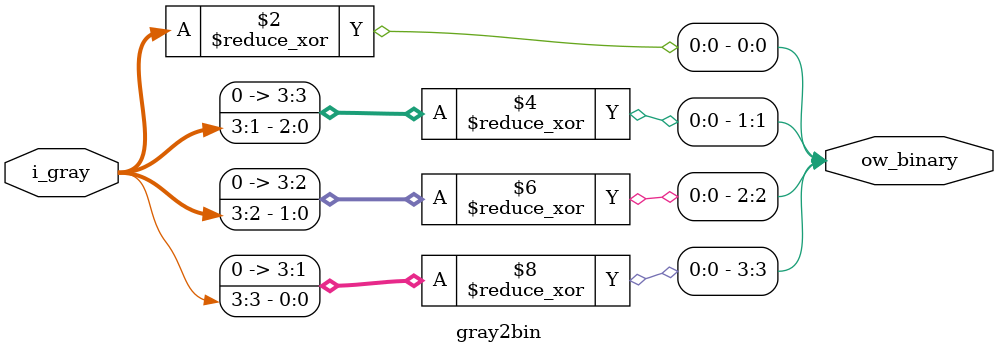
<source format=sv>
`timescale 1ns / 1ps

module gray2bin #(parameter WIDTH=4) (
    input  wire [WIDTH-1:0] i_gray,
    output wire [WIDTH-1:0] ow_binary
);

    genvar i;
    generate
        for(i=0;i<WIDTH;i++) begin
            assign ow_binary[i] = ^(i_gray >> i);
        end
    endgenerate

endmodule : gray2bin
</source>
